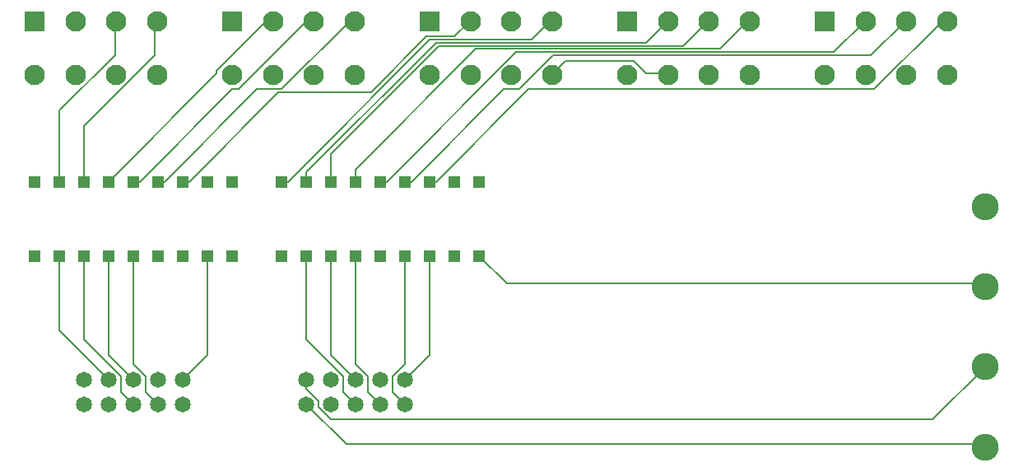
<source format=gbr>
G04 EAGLE Gerber RS-274X export*
G75*
%MOMM*%
%FSLAX34Y34*%
%LPD*%
%INBottom Copper*%
%IPPOS*%
%AMOC8*
5,1,8,0,0,1.08239X$1,22.5*%
G01*
G04 Define Apertures*
%ADD10R,2.100000X2.100000*%
%ADD11C,2.100000*%
%ADD12R,1.295400X1.295400*%
%ADD13C,2.781300*%
%ADD14C,1.650000*%
%ADD15C,0.152400*%
D10*
X254000Y762000D03*
D11*
X296000Y762000D03*
X338000Y762000D03*
X380000Y762000D03*
X254000Y707000D03*
X296000Y707000D03*
X338000Y707000D03*
X380000Y707000D03*
D10*
X457200Y762000D03*
D11*
X499200Y762000D03*
X541200Y762000D03*
X583200Y762000D03*
X457200Y707000D03*
X499200Y707000D03*
X541200Y707000D03*
X583200Y707000D03*
D10*
X660400Y762000D03*
D11*
X702400Y762000D03*
X744400Y762000D03*
X786400Y762000D03*
X660400Y707000D03*
X702400Y707000D03*
X744400Y707000D03*
X786400Y707000D03*
D10*
X863600Y762000D03*
D11*
X905600Y762000D03*
X947600Y762000D03*
X989600Y762000D03*
X863600Y707000D03*
X905600Y707000D03*
X947600Y707000D03*
X989600Y707000D03*
D10*
X1066800Y762000D03*
D11*
X1108800Y762000D03*
X1150800Y762000D03*
X1192800Y762000D03*
X1066800Y707000D03*
X1108800Y707000D03*
X1150800Y707000D03*
X1192800Y707000D03*
D12*
X254000Y520700D03*
X279400Y520700D03*
X304800Y520700D03*
X330200Y520700D03*
X355600Y520700D03*
X381000Y520700D03*
X406400Y520700D03*
X431800Y520700D03*
X457200Y520700D03*
X457200Y596900D03*
X431800Y596900D03*
X406400Y596900D03*
X381000Y596900D03*
X355600Y596900D03*
X330200Y596900D03*
X304800Y596900D03*
X279400Y596900D03*
X254000Y596900D03*
X508000Y520700D03*
X533400Y520700D03*
X558800Y520700D03*
X584200Y520700D03*
X609600Y520700D03*
X635000Y520700D03*
X660400Y520700D03*
X685800Y520700D03*
X711200Y520700D03*
X711200Y596900D03*
X685800Y596900D03*
X660400Y596900D03*
X635000Y596900D03*
X609600Y596900D03*
X584200Y596900D03*
X558800Y596900D03*
X533400Y596900D03*
X508000Y596900D03*
D13*
X1231900Y571500D03*
X1231900Y489001D03*
X1231900Y406502D03*
X1231900Y324002D03*
D14*
X304800Y393700D03*
X304800Y368300D03*
X330200Y393700D03*
X330200Y368300D03*
X355600Y393700D03*
X355600Y368300D03*
X381000Y368300D03*
X381000Y393700D03*
X406400Y368300D03*
X406400Y393700D03*
X533400Y393700D03*
X533400Y368300D03*
X558800Y393700D03*
X558800Y368300D03*
X584200Y393700D03*
X584200Y368300D03*
X609600Y368300D03*
X609600Y393700D03*
X635000Y368300D03*
X635000Y393700D03*
D15*
X882650Y708025D02*
X904875Y708025D01*
X882650Y708025D02*
X869950Y720725D01*
X800100Y720725D01*
X787400Y708025D01*
X904875Y708025D02*
X905600Y707000D01*
X787400Y708025D02*
X786400Y707000D01*
X739775Y492125D02*
X1231900Y492125D01*
X739775Y492125D02*
X711200Y520700D01*
X1231900Y492125D02*
X1231900Y489001D01*
X279400Y520700D02*
X279400Y444500D01*
X330200Y393700D01*
X304800Y434975D02*
X304800Y520700D01*
X304800Y434975D02*
X342900Y396875D01*
X342900Y381000D01*
X355600Y368300D01*
X330200Y419100D02*
X330200Y520700D01*
X330200Y419100D02*
X355600Y393700D01*
X355600Y409575D02*
X355600Y520700D01*
X355600Y409575D02*
X368300Y396875D01*
X368300Y381000D01*
X381000Y368300D01*
X431800Y419100D02*
X431800Y520700D01*
X431800Y419100D02*
X406400Y393700D01*
X533400Y434975D02*
X533400Y520700D01*
X533400Y434975D02*
X571500Y396875D01*
X571500Y381000D01*
X584200Y368300D01*
X558800Y419100D02*
X558800Y520700D01*
X558800Y419100D02*
X584200Y393700D01*
X584200Y409575D02*
X584200Y520700D01*
X584200Y409575D02*
X596900Y396875D01*
X596900Y381000D01*
X609600Y368300D01*
X635000Y409575D02*
X635000Y520700D01*
X635000Y409575D02*
X622300Y396875D01*
X622300Y381000D01*
X635000Y368300D01*
X660400Y419100D02*
X660400Y520700D01*
X660400Y419100D02*
X635000Y393700D01*
X279400Y596900D02*
X279400Y669925D01*
X336550Y727075D01*
X336550Y762000D01*
X338000Y762000D01*
X304800Y654050D02*
X304800Y596900D01*
X304800Y654050D02*
X377825Y727075D01*
X377825Y762000D01*
X380000Y762000D01*
X441325Y708025D02*
X330200Y596900D01*
X441325Y708025D02*
X441325Y711200D01*
X492125Y762000D01*
X499200Y762000D01*
X361950Y596900D02*
X355600Y596900D01*
X361950Y596900D02*
X457200Y692150D01*
X463550Y692150D01*
X533400Y762000D01*
X541200Y762000D01*
X387350Y596900D02*
X381000Y596900D01*
X387350Y596900D02*
X482600Y692150D01*
X508000Y692150D01*
X577850Y762000D01*
X583200Y762000D01*
X412750Y596900D02*
X406400Y596900D01*
X412750Y596900D02*
X504825Y688975D01*
X600075Y688975D01*
X657225Y746125D01*
X685800Y746125D01*
X701675Y762000D01*
X702400Y762000D01*
X514350Y596900D02*
X508000Y596900D01*
X514350Y596900D02*
X660400Y742950D01*
X765175Y742950D01*
X784225Y762000D01*
X786400Y762000D01*
X533400Y606425D02*
X533400Y596900D01*
X533400Y606425D02*
X666750Y739775D01*
X882650Y739775D01*
X904875Y762000D01*
X905600Y762000D01*
X558800Y625475D02*
X558800Y596900D01*
X558800Y625475D02*
X669925Y736600D01*
X920750Y736600D01*
X946150Y762000D01*
X947600Y762000D01*
X584200Y609600D02*
X584200Y596900D01*
X584200Y609600D02*
X708025Y733425D01*
X958850Y733425D01*
X987425Y762000D01*
X989600Y762000D01*
X615950Y596900D02*
X609600Y596900D01*
X615950Y596900D02*
X749300Y730250D01*
X1076325Y730250D01*
X1108075Y762000D01*
X1108800Y762000D01*
X641350Y596900D02*
X635000Y596900D01*
X641350Y596900D02*
X736600Y692150D01*
X752475Y692150D01*
X787400Y727075D01*
X1114425Y727075D01*
X1149350Y762000D01*
X1150800Y762000D01*
X666750Y596900D02*
X660400Y596900D01*
X666750Y596900D02*
X762000Y692150D01*
X1117600Y692150D01*
X1187450Y762000D01*
X1192800Y762000D01*
X574675Y327025D02*
X533400Y368300D01*
X574675Y327025D02*
X1231900Y327025D01*
X1231900Y324002D01*
X533400Y384175D02*
X533400Y393700D01*
X533400Y384175D02*
X546100Y371475D01*
X546100Y365125D01*
X558800Y352425D01*
X1177925Y352425D01*
X1231900Y406400D01*
X1231900Y406502D01*
M02*

</source>
